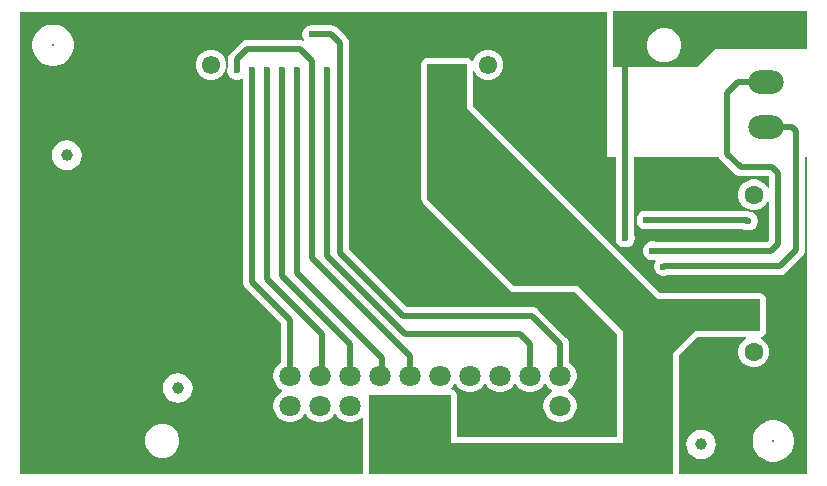
<source format=gbl>
G04*
G04 #@! TF.GenerationSoftware,Altium Limited,Altium Designer,23.8.1 (32)*
G04*
G04 Layer_Physical_Order=2*
G04 Layer_Color=16711680*
%FSLAX44Y44*%
%MOMM*%
G71*
G04*
G04 #@! TF.SameCoordinates,9A5F4E38-F979-48D4-9C3D-4FC56E0EA2F6*
G04*
G04*
G04 #@! TF.FilePolarity,Positive*
G04*
G01*
G75*
%ADD19C,1.0000*%
%ADD26C,1.5500*%
%ADD27C,1.6000*%
%ADD33C,0.5000*%
%ADD34C,0.2540*%
%ADD35O,2.0000X3.0000*%
%ADD36C,1.8000*%
%ADD37C,0.2000*%
%ADD38O,3.0000X2.0000*%
%ADD39C,0.6000*%
G36*
X672393Y397892D02*
Y365760D01*
X594360D01*
X579120Y350520D01*
X508266D01*
Y397893D01*
X672393Y397892D01*
D02*
G37*
G36*
X503168Y397392D02*
Y371582D01*
X503087Y370760D01*
Y360760D01*
X503168Y359938D01*
Y350520D01*
Y274320D01*
X510595D01*
Y208418D01*
X510160Y206793D01*
Y204687D01*
X510705Y202652D01*
X511758Y200828D01*
X513248Y199338D01*
X515072Y198285D01*
X517107Y197740D01*
X519213D01*
X521248Y198285D01*
X523072Y199338D01*
X524562Y200828D01*
X525615Y202652D01*
X526160Y204687D01*
Y206793D01*
X525725Y208418D01*
Y274320D01*
X597454D01*
X597969Y273078D01*
X599171Y271511D01*
X610563Y260119D01*
X610563Y260119D01*
X612130Y258917D01*
X613954Y258161D01*
X615912Y257903D01*
X615912Y257903D01*
X639625D01*
X640135Y257393D01*
Y248159D01*
X638865Y247818D01*
X637432Y250300D01*
X635012Y252721D01*
X632048Y254432D01*
X628741Y255318D01*
X625318D01*
X622012Y254432D01*
X619048Y252721D01*
X616627Y250300D01*
X614916Y247336D01*
X614030Y244029D01*
Y240606D01*
X614916Y237300D01*
X616627Y234336D01*
X619048Y231915D01*
X622012Y230204D01*
X625318Y229318D01*
X628741D01*
X632048Y230204D01*
X635012Y231915D01*
X637432Y234336D01*
X638865Y236817D01*
X640135Y236477D01*
Y203793D01*
X638725Y202383D01*
X543952D01*
X542327Y202818D01*
X540221D01*
X538186Y202273D01*
X536362Y201220D01*
X534872Y199730D01*
X533819Y197906D01*
X533274Y195871D01*
Y193765D01*
X533819Y191730D01*
X534872Y189906D01*
X536362Y188416D01*
X538186Y187363D01*
X540221Y186818D01*
X542327D01*
X543093Y187023D01*
X543930Y185933D01*
X543217Y184698D01*
X542672Y182663D01*
Y180557D01*
X543217Y178522D01*
X544270Y176698D01*
X545760Y175208D01*
X547584Y174155D01*
X549619Y173610D01*
X551725D01*
X553760Y174155D01*
X554449Y174553D01*
X649478D01*
X651436Y174811D01*
X653260Y175567D01*
X654827Y176769D01*
X668289Y190231D01*
X669491Y191798D01*
X670247Y193622D01*
X670505Y195580D01*
X670505Y195580D01*
Y274320D01*
X671892D01*
Y79000D01*
X671892Y5608D01*
X615420D01*
X563898D01*
Y106202D01*
X579454Y121758D01*
X620210D01*
X620550Y120488D01*
X619048Y119621D01*
X616627Y117200D01*
X614916Y114236D01*
X614030Y110929D01*
Y107506D01*
X614916Y104200D01*
X616627Y101236D01*
X619048Y98815D01*
X622012Y97104D01*
X625318Y96218D01*
X628741D01*
X632048Y97104D01*
X635012Y98815D01*
X637432Y101236D01*
X639144Y104200D01*
X640030Y107506D01*
Y110929D01*
X639144Y114236D01*
X637432Y117200D01*
X635012Y119621D01*
X633273Y120625D01*
X633494Y121964D01*
X634411Y122146D01*
X636065Y123251D01*
X637170Y124905D01*
X637558Y126856D01*
Y154034D01*
X637170Y155985D01*
X636065Y157639D01*
X634411Y158744D01*
X632460Y159132D01*
X547862D01*
X389082Y317911D01*
Y347104D01*
X390352Y347320D01*
X391881Y344671D01*
X394255Y342297D01*
X397163Y340619D01*
X400405Y339750D01*
X403762D01*
X407005Y340619D01*
X409912Y342297D01*
X412286Y344671D01*
X413965Y347579D01*
X414834Y350821D01*
Y354178D01*
X413965Y357421D01*
X412286Y360328D01*
X409912Y362702D01*
X407005Y364381D01*
X403762Y365250D01*
X400405D01*
X397163Y364381D01*
X394255Y362702D01*
X391881Y360328D01*
X390203Y357421D01*
X389747Y355720D01*
X388371Y355493D01*
X387589Y356665D01*
X385935Y357770D01*
X383984Y358158D01*
X350520D01*
X348569Y357770D01*
X346915Y356665D01*
X345810Y355011D01*
X345422Y353060D01*
Y238760D01*
X345810Y236809D01*
X346915Y235155D01*
X420575Y161495D01*
X422229Y160390D01*
X424180Y160002D01*
X476026D01*
X511284Y124744D01*
X511284Y37212D01*
X375540Y37212D01*
Y72754D01*
X375152Y74705D01*
X374047Y76359D01*
X372393Y77464D01*
X371520Y77637D01*
X371102Y79015D01*
X372645Y80558D01*
X373507Y82051D01*
X374777D01*
X375639Y80558D01*
X378246Y77951D01*
X381438Y76108D01*
X384999Y75154D01*
X388685D01*
X392246Y76108D01*
X395438Y77951D01*
X398045Y80558D01*
X398907Y82051D01*
X400177D01*
X401039Y80558D01*
X403646Y77951D01*
X406838Y76108D01*
X410399Y75154D01*
X414085D01*
X417646Y76108D01*
X420838Y77951D01*
X423445Y80558D01*
X424307Y82051D01*
X425577D01*
X426439Y80558D01*
X429046Y77951D01*
X432238Y76108D01*
X435799Y75154D01*
X439485D01*
X443046Y76108D01*
X446238Y77951D01*
X448845Y80558D01*
X449707Y82051D01*
X450977D01*
X451839Y80558D01*
X454446Y77951D01*
X455939Y77089D01*
Y75819D01*
X454446Y74957D01*
X451839Y72350D01*
X449996Y69158D01*
X449042Y65597D01*
Y61911D01*
X449996Y58350D01*
X451839Y55158D01*
X454446Y52551D01*
X457638Y50708D01*
X461199Y49754D01*
X464885D01*
X468446Y50708D01*
X471638Y52551D01*
X474245Y55158D01*
X476088Y58350D01*
X477042Y61911D01*
Y65597D01*
X476088Y69158D01*
X474245Y72350D01*
X471638Y74957D01*
X470145Y75819D01*
Y77089D01*
X471638Y77951D01*
X474245Y80558D01*
X476088Y83750D01*
X477042Y87311D01*
Y90997D01*
X476088Y94558D01*
X474245Y97750D01*
X471638Y100357D01*
X470607Y100952D01*
Y116078D01*
X470349Y118036D01*
X469593Y119860D01*
X468391Y121427D01*
X444769Y145049D01*
X443202Y146251D01*
X441378Y147007D01*
X439420Y147265D01*
X333678D01*
X284425Y196518D01*
Y370840D01*
X284167Y372798D01*
X283411Y374622D01*
X282209Y376189D01*
X282209Y376189D01*
X274829Y383569D01*
X273262Y384771D01*
X271438Y385527D01*
X269480Y385784D01*
X255662D01*
X254037Y386220D01*
X251931D01*
X249896Y385675D01*
X248072Y384621D01*
X246582Y383132D01*
X245529Y381308D01*
X244984Y379273D01*
Y377167D01*
X245529Y375132D01*
X246363Y373687D01*
X246275Y373496D01*
X245479Y372679D01*
X244542Y373067D01*
X242584Y373325D01*
X198120D01*
X198120Y373325D01*
X196162Y373067D01*
X194338Y372311D01*
X192771Y371109D01*
X192771Y371109D01*
X184135Y362473D01*
X182933Y360906D01*
X182177Y359082D01*
X181919Y357124D01*
Y350418D01*
X181484Y348793D01*
Y346687D01*
X182029Y344652D01*
X183082Y342828D01*
X184572Y341338D01*
X186396Y340285D01*
X188431Y339740D01*
X190537D01*
X192572Y340285D01*
X193349Y340734D01*
X194619Y340001D01*
Y168656D01*
X194877Y166698D01*
X195633Y164874D01*
X196835Y163307D01*
X226877Y133265D01*
Y100952D01*
X225846Y100357D01*
X223239Y97750D01*
X221396Y94558D01*
X220442Y90997D01*
Y87311D01*
X221396Y83750D01*
X223239Y80558D01*
X225846Y77951D01*
X227339Y77089D01*
Y75819D01*
X225846Y74957D01*
X223239Y72350D01*
X221396Y69158D01*
X220442Y65597D01*
Y61911D01*
X221396Y58350D01*
X223239Y55158D01*
X225846Y52551D01*
X229038Y50708D01*
X232599Y49754D01*
X236285D01*
X239846Y50708D01*
X243038Y52551D01*
X245645Y55158D01*
X246507Y56651D01*
X247777D01*
X248639Y55158D01*
X251246Y52551D01*
X254438Y50708D01*
X257999Y49754D01*
X261685D01*
X265246Y50708D01*
X268438Y52551D01*
X271045Y55158D01*
X271907Y56651D01*
X273177D01*
X274039Y55158D01*
X276646Y52551D01*
X279838Y50708D01*
X283399Y49754D01*
X287085D01*
X290646Y50708D01*
X293838Y52551D01*
X295274Y53987D01*
X296544Y53461D01*
X296544Y5608D01*
X295274Y5608D01*
X5608Y5608D01*
X5608Y324000D01*
X5608Y397393D01*
X95420D01*
X503168Y397392D01*
D02*
G37*
G36*
X383984Y315800D02*
X545750Y154034D01*
X632460D01*
Y126856D01*
X577342D01*
X558800Y108314D01*
Y5608D01*
X301642Y5608D01*
X301642Y72754D01*
X370442D01*
Y32114D01*
X516382Y32114D01*
X516382Y126856D01*
X478138Y165100D01*
X424180D01*
X350520Y238760D01*
Y353060D01*
X383984D01*
Y315800D01*
D02*
G37*
%LPC*%
G36*
X553109Y383500D02*
X549291D01*
X545603Y382512D01*
X542297Y380603D01*
X539597Y377903D01*
X537688Y374597D01*
X536700Y370909D01*
Y367091D01*
X537688Y363403D01*
X539597Y360097D01*
X542297Y357397D01*
X545603Y355488D01*
X549291Y354500D01*
X553109D01*
X556797Y355488D01*
X560103Y357397D01*
X562803Y360097D01*
X564712Y363403D01*
X565700Y367091D01*
Y370909D01*
X564712Y374597D01*
X562803Y377903D01*
X560103Y380603D01*
X556797Y382512D01*
X553109Y383500D01*
D02*
G37*
G36*
X35424Y386500D02*
X31976D01*
X28595Y385828D01*
X25410Y384509D01*
X22544Y382593D01*
X20107Y380156D01*
X18192Y377290D01*
X16872Y374105D01*
X16200Y370724D01*
Y367277D01*
X16872Y363896D01*
X18192Y360711D01*
X20107Y357845D01*
X22544Y355407D01*
X25410Y353492D01*
X28595Y352173D01*
X31976Y351500D01*
X35424D01*
X38804Y352173D01*
X41989Y353492D01*
X44855Y355407D01*
X47293Y357845D01*
X49208Y360711D01*
X50527Y363896D01*
X51200Y367277D01*
Y370724D01*
X50527Y374105D01*
X49208Y377290D01*
X47293Y380156D01*
X44855Y382593D01*
X41989Y384509D01*
X38804Y385828D01*
X35424Y386500D01*
D02*
G37*
G36*
X169062Y365250D02*
X165705D01*
X162463Y364381D01*
X159555Y362702D01*
X157181Y360328D01*
X155503Y357421D01*
X154634Y354178D01*
Y350821D01*
X155503Y347579D01*
X157181Y344671D01*
X159555Y342297D01*
X162463Y340619D01*
X165705Y339750D01*
X169062D01*
X172305Y340619D01*
X175212Y342297D01*
X177586Y344671D01*
X179265Y347579D01*
X180134Y350821D01*
Y354178D01*
X179265Y357421D01*
X177586Y360328D01*
X175212Y362702D01*
X172305Y364381D01*
X169062Y365250D01*
D02*
G37*
G36*
X45466Y288452D02*
X42203Y288022D01*
X39162Y286763D01*
X36551Y284759D01*
X34547Y282148D01*
X33288Y279107D01*
X32858Y275844D01*
X33288Y272581D01*
X34547Y269540D01*
X36551Y266929D01*
X39162Y264925D01*
X42203Y263666D01*
X45466Y263236D01*
X48729Y263666D01*
X51770Y264925D01*
X54381Y266929D01*
X56385Y269540D01*
X57644Y272581D01*
X58074Y275844D01*
X57644Y279107D01*
X56385Y282148D01*
X54381Y284759D01*
X51770Y286763D01*
X48729Y288022D01*
X45466Y288452D01*
D02*
G37*
G36*
X536993Y228980D02*
X534887D01*
X532852Y228435D01*
X531028Y227382D01*
X529538Y225892D01*
X528485Y224068D01*
X527940Y222033D01*
Y219927D01*
X528485Y217892D01*
X529538Y216068D01*
X531028Y214578D01*
X532852Y213525D01*
X534887Y212980D01*
X536993D01*
X538618Y213415D01*
X618029D01*
X619214Y212731D01*
X621249Y212186D01*
X623355D01*
X625390Y212731D01*
X627214Y213784D01*
X628703Y215274D01*
X629757Y217098D01*
X630302Y219133D01*
Y221239D01*
X629757Y223274D01*
X628703Y225098D01*
X627214Y226587D01*
X625390Y227641D01*
X623593Y228122D01*
X623195Y228287D01*
X621237Y228545D01*
X538618D01*
X536993Y228980D01*
D02*
G37*
G36*
X139528Y91348D02*
X136265Y90918D01*
X133224Y89659D01*
X130613Y87655D01*
X128609Y85044D01*
X127350Y82003D01*
X126920Y78740D01*
X127350Y75477D01*
X128609Y72436D01*
X130613Y69825D01*
X133224Y67821D01*
X136265Y66562D01*
X139528Y66132D01*
X142791Y66562D01*
X145832Y67821D01*
X148443Y69825D01*
X150447Y72436D01*
X151706Y75477D01*
X152136Y78740D01*
X151706Y82003D01*
X150447Y85044D01*
X148443Y87655D01*
X145832Y89659D01*
X142791Y90918D01*
X139528Y91348D01*
D02*
G37*
G36*
X128209Y48500D02*
X124391D01*
X120703Y47512D01*
X117397Y45603D01*
X114697Y42903D01*
X112788Y39597D01*
X111800Y35909D01*
Y32091D01*
X112788Y28403D01*
X114697Y25097D01*
X117397Y22397D01*
X120703Y20488D01*
X124391Y19500D01*
X128209D01*
X131897Y20488D01*
X135203Y22397D01*
X137903Y25097D01*
X139812Y28403D01*
X140800Y32091D01*
Y35909D01*
X139812Y39597D01*
X137903Y42903D01*
X135203Y45603D01*
X131897Y47512D01*
X128209Y48500D01*
D02*
G37*
G36*
X582504Y43596D02*
X579241Y43166D01*
X576200Y41907D01*
X573589Y39903D01*
X571585Y37292D01*
X570326Y34251D01*
X569896Y30988D01*
X570326Y27725D01*
X571585Y24684D01*
X573589Y22073D01*
X576200Y20069D01*
X579241Y18810D01*
X582504Y18380D01*
X585767Y18810D01*
X588808Y20069D01*
X591419Y22073D01*
X593423Y24684D01*
X594682Y27725D01*
X595112Y30988D01*
X594682Y34251D01*
X593423Y37292D01*
X591419Y39903D01*
X588808Y41907D01*
X585767Y43166D01*
X582504Y43596D01*
D02*
G37*
G36*
X645424Y51500D02*
X641976D01*
X638596Y50827D01*
X635411Y49508D01*
X632545Y47593D01*
X630107Y45156D01*
X628192Y42289D01*
X626873Y39104D01*
X626200Y35724D01*
Y32276D01*
X626873Y28895D01*
X628192Y25710D01*
X630107Y22844D01*
X632545Y20407D01*
X635411Y18492D01*
X638596Y17172D01*
X641976Y16500D01*
X645424D01*
X648805Y17172D01*
X651990Y18492D01*
X654856Y20407D01*
X657293Y22844D01*
X659208Y25710D01*
X660528Y28895D01*
X661200Y32276D01*
Y35724D01*
X660528Y39104D01*
X659208Y42289D01*
X657293Y45156D01*
X654856Y47593D01*
X651990Y49508D01*
X648805Y50827D01*
X645424Y51500D01*
D02*
G37*
%LPD*%
D19*
X582504Y30988D02*
D03*
X139528Y78740D02*
D03*
X45466Y275844D02*
D03*
D26*
X167384Y352500D02*
D03*
X402084D02*
D03*
D27*
X627030Y109218D02*
D03*
Y242318D02*
D03*
D33*
X551451Y182118D02*
X649478D01*
X662940Y195580D01*
X541274Y194818D02*
X641858D01*
X541139D02*
X541274D01*
X641858D02*
X647700Y200660D01*
X621237Y220980D02*
X622029Y220188D01*
X535940Y220980D02*
X621237D01*
X622029Y220188D02*
X622300D01*
X518160Y205740D02*
Y365760D01*
X189484Y347740D02*
Y357124D01*
X198120Y365760D02*
X242584D01*
X189484Y357124D02*
X198120Y365760D01*
X242584D02*
X252984Y355360D01*
X604520Y276860D02*
Y328845D01*
X613495Y337820D02*
X637540D01*
X604520Y328845D02*
X613495Y337820D01*
X662940Y195580D02*
Y296475D01*
X637540Y299720D02*
X659695D01*
X662940Y296475D01*
X336042Y89154D02*
Y105918D01*
X252984Y188976D02*
X336042Y105918D01*
X331642Y124460D02*
X429260D01*
X330544Y139700D02*
X439420D01*
X265684Y190418D02*
Y347740D01*
Y190418D02*
X331642Y124460D01*
X252984Y188976D02*
Y355360D01*
X276860Y193384D02*
Y370840D01*
Y193384D02*
X330544Y139700D01*
X269480Y378220D02*
X276860Y370840D01*
X312420Y90932D02*
Y104140D01*
X240284Y176276D02*
Y347740D01*
Y176276D02*
X312420Y104140D01*
X227584Y173736D02*
X285242Y116078D01*
X227584Y173736D02*
Y347740D01*
X285242Y89154D02*
Y116078D01*
X214884Y171334D02*
X261620Y124598D01*
X214884Y171334D02*
Y347740D01*
X261620Y90932D02*
Y124598D01*
X234442Y89154D02*
Y136398D01*
X202184Y168656D02*
X234442Y136398D01*
X202184Y168656D02*
Y347740D01*
X604520Y276860D02*
X615912Y265468D01*
X642758D01*
X647700Y260526D01*
Y200660D02*
Y260526D01*
X439420Y139700D02*
X463042Y116078D01*
X429260Y124460D02*
X437642Y116078D01*
Y89154D02*
Y116078D01*
X463042Y89154D02*
Y116078D01*
X252984Y378220D02*
X269480D01*
X310642Y89154D02*
X312420Y90932D01*
X259842Y89154D02*
X261620Y90932D01*
D34*
X622300Y220188D02*
X622302Y220186D01*
D35*
X518160Y365760D02*
D03*
X492760D02*
D03*
D36*
X234442Y89154D02*
D03*
X259842D02*
D03*
X285242D02*
D03*
X310642D02*
D03*
X336042D02*
D03*
X361442D02*
D03*
X386842D02*
D03*
X412242D02*
D03*
X437642D02*
D03*
X463042D02*
D03*
X234442Y63754D02*
D03*
X259842D02*
D03*
X285242D02*
D03*
X310642D02*
D03*
X336042D02*
D03*
X361442D02*
D03*
X386842D02*
D03*
X412242D02*
D03*
X437642D02*
D03*
X463042D02*
D03*
D37*
X643700Y34000D02*
D03*
X33700Y369000D02*
D03*
D38*
X637540Y299720D02*
D03*
Y337820D02*
D03*
Y375920D02*
D03*
D39*
X550672Y181610D02*
D03*
X541274Y194818D02*
D03*
X535940Y220980D02*
D03*
X518160Y205740D02*
D03*
X622302Y220186D02*
D03*
X622270Y144018D02*
D03*
Y131318D02*
D03*
X265684Y347740D02*
D03*
X379984D02*
D03*
X367284D02*
D03*
X354584D02*
D03*
X341884D02*
D03*
X329184D02*
D03*
X316484D02*
D03*
X252984Y378220D02*
D03*
X240284Y347740D02*
D03*
X227584D02*
D03*
X214884D02*
D03*
X202184D02*
D03*
X189484D02*
D03*
M02*

</source>
